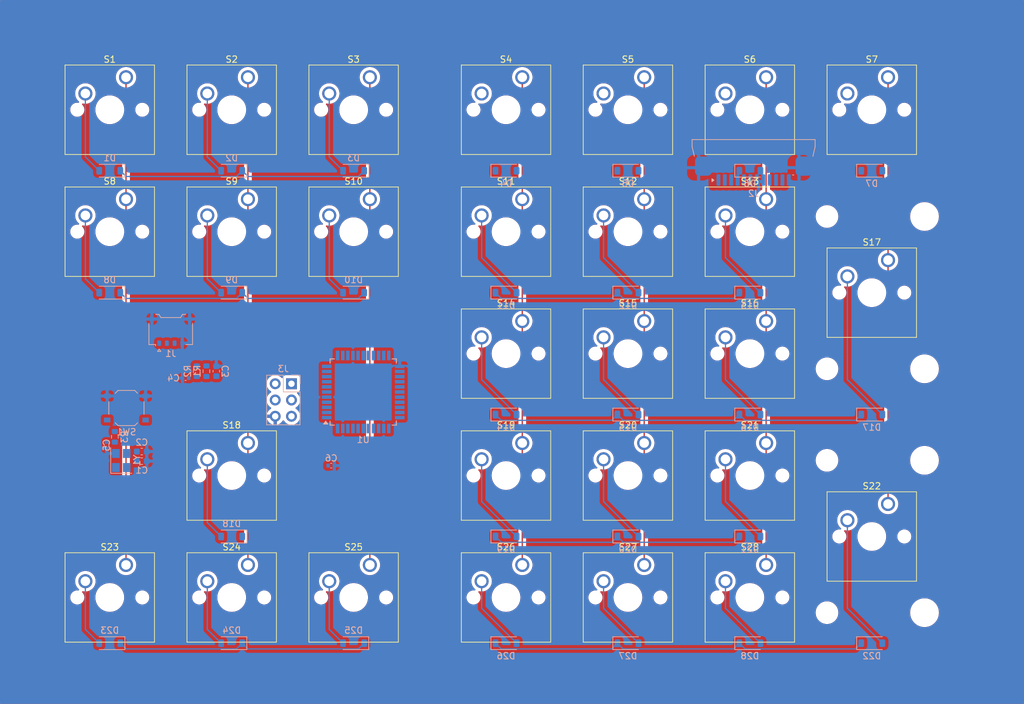
<source format=kicad_pcb>
(kicad_pcb (version 20240108) (generator "pcbnew") (generator_version "8.0")
  (layers (0 "F.Cu" signal) (31 "B.Cu" signal) (34 "B.Paste" user) (35 "F.Paste" user) (36 "B.SilkS" user "B.Silkscreen") (37 "F.SilkS" user "F.Silkscreen") (38 "B.Mask" user) (39 "F.Mask" user) (44 "Edge.Cuts" user))
  (net 0 "")
  (net 1 "GND")
  (net 2 "+5V")
  (net 3 "E0B")
  (net 4 "E1A")
  (net 5 "E0A")
  (net 6 "E2A")
  (net 7 "E2B")
  (net 9 "E1B")
  (net 11 "Net-(D1-A)")
  (net 12 "Col0")
  (net 13 "Net-(D2-A)")
  (net 14 "Col1")
  (net 15 "Net-(D3-A)")
  (net 16 "Col2")
  (net 17 "Net-(D4-A)")
  (net 18 "Col3")
  (net 19 "Col4")
  (net 20 "Net-(D5-A)")
  (net 21 "Col5")
  (net 22 "Net-(D6-A)")
  (net 23 "Net-(D7-A)")
  (net 24 "Col6")
  (net 25 "Net-(D8-A)")
  (net 26 "Net-(D9-A)")
  (net 27 "Net-(D10-A)")
  (net 28 "Net-(D11-A)")
  (net 29 "Net-(D12-A)")
  (net 30 "Net-(D13-A)")
  (net 31 "Net-(D14-A)")
  (net 32 "Net-(D15-A)")
  (net 33 "Net-(D16-A)")
  (net 34 "Net-(D17-A)")
  (net 35 "Net-(D18-A)")
  (net 36 "Net-(D19-A)")
  (net 37 "Net-(D20-A)")
  (net 38 "Net-(D21-A)")
  (net 39 "Net-(D22-A)")
  (net 40 "Net-(D23-A)")
  (net 41 "Net-(D24-A)")
  (net 42 "Net-(D25-A)")
  (net 43 "Net-(D26-A)")
  (net 44 "Net-(D27-A)")
  (net 45 "Net-(D28-A)")
  (net 46 "Row0")
  (net 47 "Row1")
  (net 48 "Row2")
  (net 49 "Row3")
  (net 50 "Row4")
  (net 51 "D-")
  (net 52 "D+")
  (net 53 "Net-(U1-XTAL1)")
  (net 54 "Net-(U1-XTAL2)")
  (net 55 "Net-(U1-UCAP)")
  (net 56 "Net-(U1-D+)")
  (net 57 "Net-(U1-D-)")
  (net 58 "RESET")
  (net 59 "Row5")
  (net 60 "MOSI")
  (net 61 "MISO")
  (net 62 "BCol1")
  (net 63 "BRow0")
  (net 64 "BCol0")
  (net 65 "BCol2")
  (net 66 "SCK")
  (footprint "Button_Switch_Keyboard:SW_Cherry_MX_1.00u_PCB" (layer "F.Cu") (at 152.5525 102.07)
    (property "Reference" "S15")
    (property "Value" "MX Switch")
  )
  (footprint "Button_Switch_Keyboard:SW_Cherry_MX_1.00u_PCB" (layer "F.Cu") (at 171.6025 102.07)
    (property "Reference" "S16")
    (property "Value" "MX Switch")
  )
  (footprint "Button_Switch_Keyboard:SW_Cherry_MX_2.00u_Vertical_PCB" (layer "F.Cu") (at 190.6525 130.645)
    (property "Reference" "S22")
    (property "Value" "MX Switch")
  )
  (footprint "Button_Switch_Keyboard:SW_Cherry_MX_1.00u_PCB" (layer "F.Cu") (at 109.69 140.17)
    (property "Reference" "S25")
    (property "Value" "MX Switch")
  )
  (footprint "Button_Switch_Keyboard:SW_Cherry_MX_1.00u_PCB" (layer "F.Cu") (at 152.5525 121.12)
    (property "Reference" "S20")
    (property "Value" "MX Switch")
  )
  (footprint "Button_Switch_Keyboard:SW_Cherry_MX_1.00u_PCB" (layer "F.Cu") (at 171.6025 140.17)
    (property "Reference" "S28")
    (property "Value" "MX Switch")
  )
  (footprint "Button_Switch_Keyboard:SW_Cherry_MX_1.00u_PCB" (layer "F.Cu") (at 90.64 83.02)
    (property "Reference" "S9")
    (property "Value" "MX Switch")
  )
  (footprint "Button_Switch_Keyboard:SW_Cherry_MX_1.00u_PCB" (layer "F.Cu") (at 90.64 121.12)
    (property "Reference" "S18")
    (property "Value" "MX Switch")
  )
  (footprint "Button_Switch_Keyboard:SW_Cherry_MX_1.00u_PCB" (layer "F.Cu") (at 152.5525 63.97)
    (property "Reference" "S5")
    (property "Value" "MX Switch")
  )
  (footprint "Button_Switch_Keyboard:SW_Cherry_MX_1.00u_PCB" (layer "F.Cu") (at 190.6525 63.97)
    (property "Reference" "S7")
    (property "Value" "MX Switch")
  )
  (footprint "Button_Switch_Keyboard:SW_Cherry_MX_1.00u_PCB" (layer "F.Cu") (at 133.5025 83.02)
    (property "Reference" "S11")
    (property "Value" "MX Switch")
  )
  (footprint "Button_Switch_Keyboard:SW_Cherry_MX_1.00u_PCB" (layer "F.Cu") (at 133.5025 63.97)
    (property "Reference" "S4")
    (property "Value" "MX Switch")
  )
  (footprint "Button_Switch_Keyboard:SW_Cherry_MX_1.00u_PCB" (layer "F.Cu") (at 109.69 83.02)
    (property "Reference" "S10")
    (property "Value" "MX Switch")
  )
  (footprint "Button_Switch_Keyboard:SW_Cherry_MX_1.00u_PCB" (layer "F.Cu") (at 171.6025 63.97)
    (property "Reference" "S6")
    (property "Value" "MX Switch")
  )
  (footprint "Button_Switch_Keyboard:SW_Cherry_MX_2.00u_Vertical_PCB" (layer "F.Cu") (at 190.6525 92.545)
    (property "Reference" "S17")
    (property "Value" "MX Switch")
  )
  (footprint "Button_Switch_Keyboard:SW_Cherry_MX_1.00u_PCB" (layer "F.Cu") (at 71.59 63.97)
    (property "Reference" "S1")
    (property "Value" "MX Switch")
  )
  (footprint "Button_Switch_Keyboard:SW_Cherry_MX_1.00u_PCB" (layer "F.Cu") (at 90.64 140.17)
    (property "Reference" "S24")
    (property "Value" "MX Switch")
  )
  (footprint "Button_Switch_Keyboard:SW_Cherry_MX_1.00u_PCB" (layer "F.Cu") (at 71.59 140.17)
    (property "Reference" "S23")
    (property "Value" "MX Switch")
  )
  (footprint "Button_Switch_Keyboard:SW_Cherry_MX_1.00u_PCB" (layer "F.Cu") (at 171.6025 121.12)
    (property "Reference" "S21")
    (property "Value" "MX Switch")
  )
  (footprint "Button_Switch_Keyboard:SW_Cherry_MX_1.00u_PCB" (layer "F.Cu") (at 71.59 83.02)
    (property "Reference" "S8")
    (property "Value" "MX Switch")
  )
  (footprint "Button_Switch_Keyboard:SW_Cherry_MX_1.00u_PCB" (layer "F.Cu") (at 109.69 63.97)
    (property "Reference" "S3")
    (property "Value" "MX Switch")
  )
  (footprint "Button_Switch_Keyboard:SW_Cherry_MX_1.00u_PCB" (layer "F.Cu") (at 133.5025 102.07)
    (property "Reference" "S14")
    (property "Value" "MX Switch")
  )
  (footprint "Button_Switch_Keyboard:SW_Cherry_MX_1.00u_PCB" (layer "F.Cu") (at 152.5525 140.17)
    (property "Reference" "S27")
    (property "Value" "MX Switch")
  )
  (footprint "Button_Switch_Keyboard:SW_Cherry_MX_1.00u_PCB" (layer "F.Cu") (at 133.5025 121.12)
    (property "Reference" "S19")
    (property "Value" "MX Switch")
  )
  (footprint "Button_Switch_Keyboard:SW_Cherry_MX_1.00u_PCB" (layer "F.Cu") (at 171.6025 83.02)
    (property "Reference" "S13")
    (property "Value" "MX Switch")
  )
  (footprint "Button_Switch_Keyboard:SW_Cherry_MX_1.00u_PCB" (layer "F.Cu") (at 152.5525 83.02)
    (property "Reference" "S12")
    (property "Value" "MX Switch")
  )
  (footprint "Button_Switch_Keyboard:SW_Cherry_MX_1.00u_PCB" (layer "F.Cu") (at 133.5025 140.17)
    (property "Reference" "S26")
    (property "Value" "MX Switch")
  )
  (footprint "Button_Switch_Keyboard:SW_Cherry_MX_1.00u_PCB" (layer "F.Cu") (at 90.64 63.97)
    (property "Reference" "S2")
    (property "Value" "MX Switch")
  )
  (footprint "Capacitor_SMD:C_0603_1608Metric" (layer "B.Cu") (at 74.05 123.95)
    (property "Reference" "C1")
    (property "Value" "20nF")
  )
  (footprint "Diode_SMD:D_SOD-123" (layer "B.Cu") (at 150.0125 135.725)
    (property "Reference" "D20")
    (property "Value" "Diode")
  )
  (footprint "Connector_FFC-FPC:JUSHUO_AFA07-S12FCA-00_1x12-1MP_P1.0mm_Horizontal" (layer "B.Cu") (at 169.65 76.65)
    (property "Reference" "J2")
    (property "Value" "AFA07-S12FCA-00")
  )
  (footprint "Diode_SMD:D_SOD-123" (layer "B.Cu") (at 88.1 152.39375 180)
    (property "Reference" "D24")
    (property "Value" "Diode")
  )
  (footprint "Resistor_SMD:R_0603_1608Metric" (layer "B.Cu") (at 84.15 109.9 -90)
    (property "Reference" "R1")
    (property "Value" "22Ω")
  )
  (footprint "Resistor_SMD:R_0603_1608Metric" (layer "B.Cu") (at 82.65 109.9 -90)
    (property "Reference" "R2")
    (property "Value" "22Ω")
  )
  (footprint "Resistor_SMD:R_0603_1608Metric" (layer "B.Cu") (at 69.85 120.15 90)
    (property "Reference" "R3")
    (property "Value" "10kΩ")
  )
  (footprint "Diode_SMD:D_SOD-123" (layer "B.Cu") (at 69.05 78.575 180)
    (property "Reference" "D1")
    (property "Value" "Diode")
  )
  (footprint "Diode_SMD:D_SOD-123" (layer "B.Cu") (at 188.1125 152.39375)
    (property "Reference" "D22")
    (property "Value" "Diode")
  )
  (footprint "Crystal:Crystal_SMD_3225-4Pin_3.2x2.5mm" (layer "B.Cu") (at 70.85 123.85 90)
    (property "Reference" "Y1")
    (property "Value" "16mHz")
  )
  (footprint "Diode_SMD:D_SOD-123" (layer "B.Cu") (at 169.0625 78.575)
    (property "Reference" "D6")
    (property "Value" "Diode")
  )
  (footprint "Diode_SMD:D_SOD-123" (layer "B.Cu") (at 169.0625 152.39375)
    (property "Reference" "D28")
    (property "Value" "Diode")
  )
  (footprint "Diode_SMD:D_SOD-123" (layer "B.Cu") (at 107.15 97.625 180)
    (property "Reference" "D10")
    (property "Value" "Diode")
  )
  (footprint "Diode_SMD:D_SOD-123" (layer "B.Cu") (at 130.9625 78.575)
    (property "Reference" "D4")
    (property "Value" "Diode")
  )
  (footprint "Diode_SMD:D_SOD-123" (layer "B.Cu") (at 169.0625 116.675)
    (property "Reference" "D16")
    (property "Value" "Diode")
  )
  (footprint "Diode_SMD:D_SOD-123" (layer "B.Cu") (at 130.9625 116.675)
    (property "Reference" "D14")
    (property "Value" "Diode")
  )
  (footprint "Capacitor_SMD:C_0603_1608Metric" (layer "B.Cu") (at 85.7 109.9 90)
    (property "Reference" "C3")
    (property "Value" "1uF")
  )
  (footprint "Diode_SMD:D_SOD-123" (layer "B.Cu") (at 130.9625 152.39375)
    (property "Reference" "D26")
    (property "Value" "Diode")
  )
  (footprint "Diode_SMD:D_SOD-123" (layer "B.Cu") (at 169.0625 97.625)
    (property "Reference" "D13")
    (property "Value" "Diode")
  )
  (footprint "Package_QFP:TQFP-44_10x10mm_P0.8mm" (layer "B.Cu") (at 108.65 113.15)
    (property "Reference" "U1")
    (property "Value" "ATmega32U4-A")
  )
  (footprint "Capacitor_SMD:C_0402_1005Metric" (layer "B.Cu") (at 80.9 110.975)
    (property "Reference" "C4")
    (property "Value" "100nF")
  )
  (footprint "Diode_SMD:D_SOD-123" (layer "B.Cu") (at 88.1 78.575 180)
    (property "Reference" "D2")
    (property "Value" "Diode")
  )
  (footprint "Diode_SMD:D_SOD-123" (layer "B.Cu") (at 150.0125 152.39375)
    (property "Reference" "D27")
    (property "Value" "Diode")
  )
  (footprint "Capacitor_SMD:C_0402_1005Metric" (layer "B.Cu") (at 68.55 121.45 90)
    (property "Reference" "C5")
    (property "Value" "100nF")
  )
  (footprint "Diode_SMD:D_SOD-123" (layer "B.Cu") (at 150.0125 97.625)
    (property "Reference" "D12")
    (property "Value" "Diode")
  )
  (footprint "Diode_SMD:D_SOD-123" (layer "B.Cu") (at 88.1 135.725 180)
    (property "Reference" "D18")
    (property "Value" "Diode")
  )
  (footprint "Diode_SMD:D_SOD-123" (layer "B.Cu") (at 130.9625 135.725)
    (property "Reference" "D19")
    (property "Value" "Diode")
  )
  (footprint "Diode_SMD:D_SOD-123" (layer "B.Cu") (at 107.15 78.575 180)
    (property "Reference" "D3")
    (property "Value" "Diode")
  )
  (footprint "Diode_SMD:D_SOD-123" (layer "B.Cu") (at 188.1125 78.575)
    (property "Reference" "D7")
    (property "Value" "Diode")
  )
  (footprint "Diode_SMD:D_SOD-123" (layer "B.Cu") (at 150.0125 78.575)
    (property "Reference" "D5")
    (property "Value" "Diode")
  )
  (footprint "Capacitor_SMD:C_0603_1608Metric" (layer "B.Cu") (at 74.05 122.45 180)
    (property "Reference" "C2")
    (property "Value" "20nF")
  )
  (footprint "Capacitor_SMD:C_0402_1005Metric" (layer "B.Cu") (at 103.65 124.65 180)
    (property "Reference" "C6")
    (property "Value" "100nF")
  )
  (footprint "Diode_SMD:D_SOD-123" (layer "B.Cu") (at 188.1125 116.675)
    (property "Reference" "D17")
    (property "Value" "Diode")
  )
  (footprint "Diode_SMD:D_SOD-123" (layer "B.Cu") (at 150.0125 116.675)
    (property "Reference" "D15")
    (property "Value" "Diode")
  )
  (footprint "Connector_Molex:Molex_Pico-EZmate_78171-0004_1x04-1MP_P1.20mm_Vertical" (layer "B.Cu") (at 78.575 103.65)
    (property "Reference" "J1")
    (property "Value" "781710004")
  )
  (footprint "Connector_PinHeader_2.54mm:PinHeader_2x03_P2.54mm_Vertical" (layer "B.Cu") (at 97.44 111.86 180)
    (property "Reference" "J3")
    (property "Value" "AVR-ISP-6")
  )
  (footprint "Diode_SMD:D_SOD-123" (layer "B.Cu") (at 107.15 152.39375 180)
    (property "Reference" "D25")
    (property "Value" "Diode")
  )
  (footprint "Diode_SMD:D_SOD-123" (layer "B.Cu") (at 130.9625 97.625)
    (property "Reference" "D11")
    (property "Value" "Diode")
  )
  (footprint "Button_Switch_SMD:SW_Push_1P1T_XKB_TS-1187A" (layer "B.Cu") (at 71.65 115.65)
    (property "Reference" "SW1")
    (property "Value" "SW_Reset")
  )
  (footprint "Diode_SMD:D_SOD-123" (layer "B.Cu") (at 88.1 97.625 180)
    (property "Reference" "D9")
    (property "Value" "Diode")
  )
  (footprint "Diode_SMD:D_SOD-123" (layer "B.Cu") (at 69.05 152.39375 180)
    (property "Reference" "D23")
    (property "Value" "Diode")
  )
  (footprint "Diode_SMD:D_SOD-123" (layer "B.Cu") (at 169.0625 135.725)
    (property "Reference" "D21")
    (property "Value" "Diode")
  )
  (footprint "Diode_SMD:D_SOD-123" (layer "B.Cu") (at 69.05 97.625 180)
    (property "Reference" "D8")
    (property "Value" "Diode")
  )
  (segment (start 65.24 76.415) (end 67.4 78.575) (width 0.2) (layer "B.Cu") (net 11))
  (segment (start 65.24 66.51) (end 65.24 76.415) (width 0.2) (layer "B.Cu") (net 11))
  (segment (start 71.59 63.97) (end 71.59 83.02) (width 0.2) (layer "F.Cu") (net 12))
  (segment (start 71.59 83.02) (end 71.59 140.17) (width 0.2) (layer "F.Cu") (net 12))
  (segment (start 84.29 66.51) (end 84.29 76.415) (width 0.2) (layer "B.Cu") (net 13))
  (segment (start 84.29 76.415) (end 86.45 78.575) (width 0.2) (layer "B.Cu") (net 13))
  (segment (start 90.64 83.02) (end 90.64 121.12) (width 0.2) (layer "F.Cu") (net 14))
  (segment (start 90.64 63.97) (end 90.64 83.02) (width 0.2) (layer "F.Cu") (net 14))
  (segment (start 90.64 121.12) (end 90.64 140.17) (width 0.2) (layer "F.Cu") (net 14))
  (segment (start 103.34 76.415) (end 105.5 78.575) (width 0.2) (layer "B.Cu") (net 15))
  (segment (start 103.34 66.51) (end 103.34 76.415) (width 0.2) (layer "B.Cu") (net 15))
  (segment (start 109.69 63.97) (end 109.69 83.02) (width 0.2) (layer "F.Cu") (net 16))
  (segment (start 109.69 83.02) (end 109.69 140.17) (width 0.2) (layer "F.Cu") (net 16))
  (segment (start 133.5025 102.07) (end 133.5025 121.12) (width 0.2) (layer "F.Cu") (net 18))
  (segment (start 133.5025 121.12) (end 133.5025 140.17) (width 0.2) (layer "F.Cu") (net 18))
  (segment (start 133.5025 83.02) (end 133.5025 102.07) (width 0.2) (layer "F.Cu") (net 18))
  (segment (start 133.5025 63.97) (end 133.5025 83.02) (width 0.2) (layer "F.Cu") (net 18))
  (segment (start 152.5525 102.07) (end 152.5525 121.12) (width 0.2) (layer "F.Cu") (net 19))
  (segment (start 152.5525 83.02) (end 152.5525 102.07) (width 0.2) (layer "F.Cu") (net 19))
  (segment (start 152.5525 121.12) (end 152.5525 140.17) (width 0.2) (layer "F.Cu") (net 19))
  (segment (start 152.5525 63.97) (end 152.5525 83.02) (width 0.2) (layer "F.Cu") (net 19))
  (segment (start 171.6025 63.97) (end 171.6025 83.02) (width 0.2) (layer "F.Cu") (net 21))
  (segment (start 171.6025 121.12) (end 171.6025 140.17) (width 0.2) (layer "F.Cu") (net 21))
  (segment (start 171.6025 102.07) (end 171.6025 121.12) (width 0.2) (layer "F.Cu") (net 21))
  (segment (start 171.6025 83.02) (end 171.6025 102.07) (width 0.2) (layer "F.Cu") (net 21))
  (segment (start 190.6525 92.545) (end 190.6525 63.97) (width 0.2) (layer "F.Cu") (net 24))
  (segment (start 190.6525 130.645) (end 190.6525 92.545) (width 0.2) (layer "F.Cu") (net 24))
  (segment (start 65.24 95.465) (end 67.4 97.625) (width 0.2) (layer "B.Cu") (net 25))
  (segment (start 65.24 85.56) (end 65.24 95.465) (width 0.2) (layer "B.Cu") (net 25))
  (segment (start 84.29 95.465) (end 86.45 97.625) (width 0.2) (layer "B.Cu") (net 26))
  (segment (start 84.29 85.56) (end 84.29 95.465) (width 0.2) (layer "B.Cu") (net 26))
  (segment (start 103.34 85.56) (end 103.34 95.465) (width 0.2) (layer "B.Cu") (net 27))
  (segment (start 103.34 95.465) (end 105.5 97.625) (width 0.2) (layer "B.Cu") (net 27))
  (segment (start 127.1525 85.56) (end 127.1525 92.165) (width 0.2) (layer "B.Cu") (net 28))
  (segment (start 127.1525 92.165) (end 132.6125 97.625) (width 0.2) (layer "B.Cu") (net 28))
  (segment (start 146.2025 85.56) (end 146.2025 92.165) (width 0.2) (layer "B.Cu") (net 29))
  (segment (start 146.2025 92.165) (end 151.6625 97.625) (width 0.2) (layer "B.Cu") (net 29))
  (segment (start 165.2525 92.165) (end 170.7125 97.625) (width 0.2) (layer "B.Cu") (net 30))
  (segment (start 165.2525 85.56) (end 165.2525 92.165) (width 0.2) (layer "B.Cu") (net 30))
  (segment (start 127.1525 111.215) (end 132.6125 116.675) (width 0.2) (layer "B.Cu") (net 31))
  (segment (start 127.1525 104.61) (end 127.1525 111.215) (width 0.2) (layer "B.Cu") (net 31))
  (segment (start 146.2025 111.215) (end 151.6625 116.675) (width 0.2) (layer "B.Cu") (net 32))
  (segment (start 146.2025 104.61) (end 146.2025 111.215) (width 0.2) (layer "B.Cu") (net 32))
  (segment (start 165.2525 111.215) (end 170.7125 116.675) (width 0.2) (layer "B.Cu") (net 33))
  (segment (start 165.2525 104.61) (end 165.2525 111.215) (width 0.2) (layer "B.Cu") (net 33))
  (segment (start 184.3025 95.085) (end 184.3025 111.215) (width 0.2) (layer "B.Cu") (net 34))
  (segment (start 184.3025 111.215) (end 189.7625 116.675) (width 0.2) (layer "B.Cu") (net 34))
  (segment (start 84.29 133.565) (end 86.45 135.725) (width 0.2) (layer "B.Cu") (net 35))
  (segment (start 84.29 123.66) (end 84.29 133.565) (width 0.2) (layer "B.Cu") (net 35))
  (segment (start 127.1525 130.265) (end 132.6125 135.725) (width 0.2) (layer "B.Cu") (net 36))
  (segment (start 127.1525 123.66) (end 127.1525 130.265) (width 0.2) (layer "B.Cu") (net 36))
  (segment (start 146.2025 130.265) (end 151.6625 135.725) (width 0.2) (layer "B.Cu") (net 37))
  (segment (start 146.2025 123.66) (end 146.2025 130.265) (width 0.2) (layer "B.Cu") (net 37))
  (segment (start 165.2525 130.265) (end 170.7125 135.725) (width 0.2) (layer "B.Cu") (net 38))
  (segment (start 165.2525 123.66) (end 165.2525 130.265) (width 0.2) (layer "B.Cu") (net 38))
  (segment (start 184.3025 146.93375) (end 189.7625 152.39375) (width 0.2) (layer "B.Cu") (net 39))
  (segment (start 184.3025 133.185) (end 184.3025 146.93375) (width 0.2) (layer "B.Cu") (net 39))
  (segment (start 65.24 142.71) (end 65.24 150.23375) (width 0.2) (layer "B.Cu") (net 40))
  (segment (start 65.24 150.23375) (end 67.4 152.39375) (width 0.2) (layer "B.Cu") (net 40))
  (segment (start 84.29 150.23375) (end 86.45 152.39375) (width 0.2) (layer "B.Cu") (net 41))
  (segment (start 84.29 142.71) (end 84.29 150.23375) (width 0.2) (layer "B.Cu") (net 41))
  (segment (start 103.34 142.71) (end 103.34 150.23375) (width 0.2) (layer "B.Cu") (net 42))
  (segment (start 103.34 150.23375) (end 105.5 152.39375) (width 0.2) (layer "B.Cu") (net 42))
  (segment (start 127.1525 146.93375) (end 132.6125 152.39375) (width 0.2) (layer "B.Cu") (net 43))
  (segment (start 127.1525 142.71) (end 127.1525 146.93375) (width 0.2) (layer "B.Cu") (net 43))
  (segment (start 146.2025 142.71) (end 146.2025 146.93375) (width 0.2) (layer "B.Cu") (net 44))
  (segment (start 146.2025 146.93375) (end 151.6625 152.39375) (width 0.2) (layer "B.Cu") (net 44))
  (segment (start 165.2525 142.71) (end 165.2525 146.93375) (width 0.2) (layer "B.Cu") (net 45))
  (segment (start 165.2525 146.93375) (end 170.7125 152.39375) (width 0.2) (layer "B.Cu") (net 45))
  (segment (start 90.65 79.475) (end 107.9 79.475) (width 0.2) (layer "B.Cu") (net 46))
  (segment (start 107.9 79.475) (end 108.8 78.575) (width 0.2) (layer "B.Cu") (net 46))
  (segment (start 70.7 78.575) (end 71.6 79.475) (width 0.2) (layer "B.Cu") (net 46))
  (segment (start 71.6 79.475) (end 88.85 79.475) (width 0.2) (layer "B.Cu") (net 46))
  (segment (start 88.85 79.475) (end 89.75 78.575) (width 0.2) (layer "B.Cu") (net 46))
  (segment (start 89.75 78.575) (end 90.65 79.475) (width 0.2) (layer "B.Cu") (net 46))
  (segment (start 167.4125 97.625) (end 166.5125 98.525) (width 0.2) (layer "B.Cu") (net 47))
  (segment (start 147.4625 98.525) (end 130.2125 98.525) (width 0.2) (layer "B.Cu") (net 47))
  (segment (start 148.3625 97.625) (end 147.4625 98.525) (width 0.2) (layer "B.Cu") (net 47))
  (segment (start 70.7 97.625) (end 71.6 98.525) (width 0.2) (layer "B.Cu") (net 47))
  (segment (start 89.75 97.625) (end 90.65 98.525) (width 0.2) (layer "B.Cu") (net 47))
  (segment (start 90.65 98.525) (end 107.9 98.525) (width 0.2) (layer "B.Cu") (net 47))
  (segment (start 71.6 98.525) (end 88.85 98.525) (width 0.2) (layer "B.Cu") (net 47))
  (segment (start 166.5125 98.525) (end 149.2625 98.525) (width 0.2) (layer "B.Cu") (net 47))
  (segment (start 107.9 98.525) (end 108.8 97.625) (width 0.2) (layer "B.Cu") (net 47))
  (segment (start 130.2125 98.525) (end 129.3125 97.625) (width 0.2) (layer "B.Cu") (net 47))
  (segment (start 149.2625 98.525) (end 148.3625 97.625) (width 0.2) (layer "B.Cu") (net 47))
  (segment (start 88.85 98.525) (end 89.75 97.625) (width 0.2) (layer "B.Cu") (net 47))
  (segment (start 148.3625 116.675) (end 147.4625 117.575) (width 0.2) (layer "B.Cu") (net 48))
  (segment (start 186.4625 116.675) (end 185.5625 117.575) (width 0.2) (layer "B.Cu") (net 48))
  (segment (start 130.2125 117.575) (end 129.3125 116.675) (width 0.2) (layer "B.Cu") (net 48))
  (segment (start 168.3125 117.575) (end 167.4125 116.675) (width 0.2) (layer "B.Cu") (net 48))
  (segment (start 147.4625 117.575) (end 130.2125 117.575) (width 0.2) (layer "B.Cu") (net 48))
  (segment (start 185.5625 117.575) (end 168.3125 117.575) (width 0.2) (layer "B.Cu") (net 48))
  (segment (start 167.4125 116.675) (end 166.5125 117.575) (width 0.2) (layer "B.Cu") (net 48))
  (segment (start 149.2625 117.575) (end 148.3625 116.675) (width 0.2) (layer "B.Cu") (net 48))
  (segment (start 166.5125 117.575) (end 149.2625 117.575) (width 0.2) (layer "B.Cu") (net 48))
  (segment (start 166.5125 136.625) (end 149.2625 136.625) (width 0.2) (layer "B.Cu") (net 49))
  (segment (start 147.4625 136.625) (end 130.2125 136.625) (width 0.2) (layer "B.Cu") (net 49))
  (segment (start 130.2125 136.625) (end 129.3125 135.725) (width 0.2) (layer "B.Cu") (net 49))
  (segment (start 149.2625 136.625) (end 148.3625 135.725) (width 0.2) (layer "B.Cu") (net 49))
  (segment (start 148.3625 135.725) (end 147.4625 136.625) (width 0.2) (layer "B.Cu") (net 49))
  (segment (start 167.4125 135.725) (end 166.5125 136.625) (width 0.2) (layer "B.Cu") (net 49))
  (segment (start 167.4125 152.39375) (end 166.5125 153.29375) (width 0.2) (layer "B.Cu") (net 50))
  (segment (start 168.3125 153.29375) (end 167.4125 152.39375) (width 0.2) (layer "B.Cu") (net 50))
  (segment (start 185.5625 153.29375) (end 168.3125 153.29375) (width 0.2) (layer "B.Cu") (net 50))
  (segment (start 70.7 152.39375) (end 71.6 153.29375) (width 0.2) (layer "B.Cu") (net 50))
  (segment (start 166.5125 153.29375) (end 149.2625 153.29375) (width 0.2) (layer "B.Cu") (net 50))
  (segment (start 148.3625 152.39375) (end 147.4625 153.29375) (width 0.2) (layer "B.Cu") (net 50))
  (segment (start 149.2625 153.29375) (end 148.3625 152.39375) (width 0.2) (layer "B.Cu") (net 50))
  (segment (start 186.4625 152.39375) (end 185.5625 153.29375) (width 0.2) (layer "B.Cu") (net 50))
  (segment (start 88.85 153.29375) (end 89.75 152.39375) (width 0.2) (layer "B.Cu") (net 50))
  (segment (start 90.65 153.29375) (end 107.9 153.29375) (width 0.2) (layer "B.Cu") (net 50))
  (segment (start 71.6 153.29375) (end 88.85 153.29375) (width 0.2) (layer "B.Cu") (net 50))
  (segment (start 147.4625 153.29375) (end 130.2125 153.29375) (width 0.2) (layer "B.Cu") (net 50))
  (segment (start 89.75 152.39375) (end 90.65 153.29375) (width 0.2) (layer "B.Cu") (net 50))
  (segment (start 130.2125 153.29375) (end 129.3125 152.39375) (width 0.2) (layer "B.Cu") (net 50))
  (segment (start 107.9 153.29375) (end 108.8 152.39375) (width 0.2) (layer "B.Cu") (net 50))
  (zone (net 1) (net_name "GND") (layers "F&B.Cu") (connect_pads (clearance 0.5)) (min_thickness 0.25) (fill yes (thermal_gap 0.5) (thermal_bridge_width 0.5))
    (polygon (pts (xy 51.9 51.9) (xy 211.9 51.9) (xy 211.9 161.9) (xy 51.9 161.9)))
  )
)
</source>
